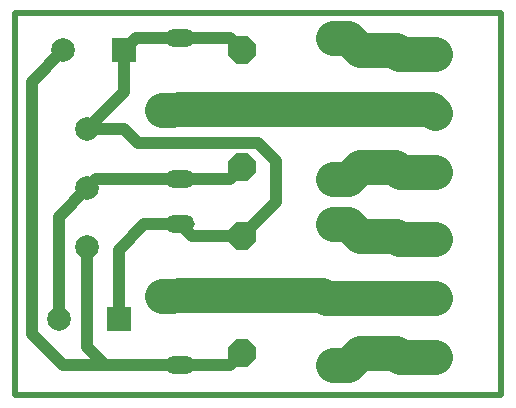
<source format=gbl>
%FSTAX23Y23*%
%MOIN*%
%SFA1B1*%

%IPPOS*%
%AMD17*
4,1,8,0.045300,0.018700,0.018700,0.045300,-0.018700,0.045300,-0.045300,0.018700,-0.045300,-0.018700,-0.018700,-0.045300,0.018700,-0.045300,0.045300,-0.018700,0.045300,0.018700,0.0*
%
%ADD10C,0.019685*%
%ADD11C,0.118110*%
%ADD12C,0.039370*%
%ADD13O,0.098425X0.060000*%
%ADD14C,0.078740*%
%ADD15R,0.078740X0.078740*%
%ADD16C,0.090551*%
G04~CAMADD=17~4~0.0~0.0~905.7~905.7~0.0~265.3~0~0.0~0.0~0.0~0.0~0~0.0~0.0~0.0~0.0~0~0.0~0.0~0.0~315.0~905.7~905.7*
%ADD17D17*%
%LNdual_channel_common_vcc_pcb-1*%
%LPD*%
G54D10*
X0Y01275D02*
X0162D01*
Y0D02*
Y01275D01*
X0Y0D02*
Y01275D01*
Y0D02*
X0162D01*
X01268Y0115D02*
X0128Y01137D01*
X01268Y0014D02*
X01281Y00127D01*
X01023Y00335D02*
X01035Y00324D01*
G54D11*
X01149Y0076D02*
X01265D01*
X01282Y00744*
X014*
X01149Y0115D02*
X01268D01*
X0128Y01137D02*
X014D01*
X01149Y0014D02*
X01268D01*
X01281Y00127D02*
X014D01*
X01149Y0053D02*
X0127D01*
X01279Y0052*
X014*
X00659Y00335D02*
X01023D01*
X01035Y00324D02*
X014D01*
X01109Y0072D02*
X01149Y0076D01*
X0106Y0072D02*
X01109D01*
X01109Y0119D02*
X01149Y0115D01*
X0106Y0119D02*
X01109D01*
X0049Y0095D02*
X00579Y00955D01*
X01109Y001D02*
X01149Y0014D01*
X0106Y001D02*
X01109D01*
X01109Y0057D02*
X01149Y0053D01*
X0106Y0057D02*
X01109D01*
X0049Y0033D02*
X00579Y00335D01*
X00659*
X01386Y00955D02*
X014Y0094D01*
X00659Y00955D02*
X01386D01*
X00579D02*
X00659D01*
G54D12*
X003Y001D02*
X00549D01*
X0024Y0016D02*
X003Y001D01*
X0024Y0016D02*
Y00495D01*
X00715Y0072D02*
X00755Y0076D01*
X00549Y0072D02*
X00715D01*
X0024Y00692D02*
X00269Y0072D01*
X00145Y00596D02*
X0024Y00692D01*
X00145Y00255D02*
Y00596D01*
X00715Y001D02*
X00755Y0014D01*
X00549Y001D02*
X00715D01*
X00715Y0119D02*
X00755Y0115D01*
X00549Y0119D02*
X00715D01*
X00361Y0115D02*
X00401Y0119D01*
X00361Y0101D02*
Y0115D01*
X0024Y00889D02*
X00361Y0101D01*
X0024Y00889D02*
X00362D01*
X0087Y00645D02*
Y0078D01*
X00755Y0053D02*
X0087Y00645D01*
X00345Y00255D02*
Y00485D01*
X0043Y0057*
X00549*
X00055Y01045D02*
X0016Y0115D01*
X00055Y00205D02*
Y01045D01*
Y00205D02*
X0016Y001D01*
X003*
X00549Y0057D02*
X00589Y0053D01*
X00755*
X00362Y00889D02*
X0041Y0084D01*
X0081*
X0087Y0078*
X00269Y0072D02*
X00549D01*
X00401Y0119D02*
X00549D01*
G54D13*
X00549Y0072D03*
Y0119D03*
X0106D03*
X0049Y0095D03*
X0106Y0072D03*
X00549Y001D03*
Y0057D03*
X0106D03*
X0049Y0033D03*
X0106Y001D03*
G54D14*
X00145Y00255D03*
X0024Y00495D03*
Y00889D03*
Y00692D03*
X0016Y0115D03*
X014Y01137D03*
Y00744D03*
Y0094D03*
Y0052D03*
Y00127D03*
Y00324D03*
G54D15*
X00345Y00255D03*
X00361Y0115D03*
G54D16*
X00659Y00955D03*
X01149Y0076D03*
Y0115D03*
X00659Y00335D03*
X01149Y0014D03*
Y0053D03*
G54D17*
X00755Y0076D03*
Y0115D03*
Y0014D03*
Y0053D03*
M02*
</source>
